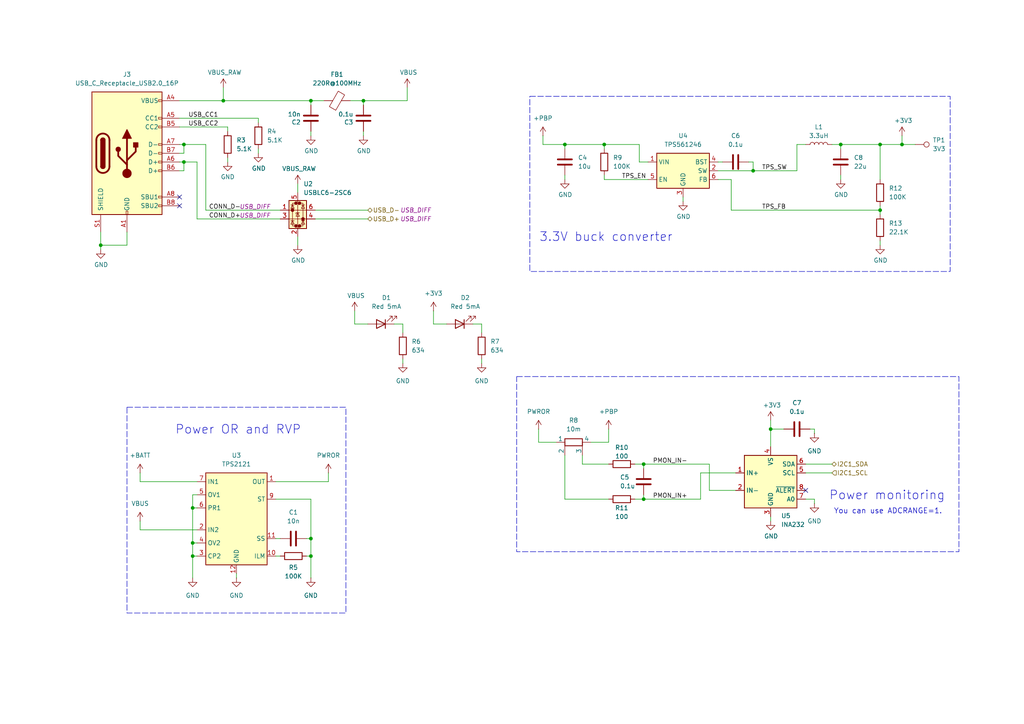
<source format=kicad_sch>
(kicad_sch (version 20250114) (generator "eeschema") (generator_version "9.0")
  (paper "A4")
  (lib_symbols
    (symbol "+3V3_1" (power) (pin_numbers (hide yes)) (pin_names (offset 0) (hide yes))
      (property "Value" "+3V3" (at 0 3.556 0))
      (symbol "+3V3_1_0_1"
        (polyline (pts (xy -0.762 1.27) (xy 0 2.54)))
        (polyline (pts (xy 0 2.54) (xy 0.762 1.27)))
        (polyline (pts (xy 0 0) (xy 0 2.54)))
      )
      (symbol "+3V3_1_1_1"
        (pin power_in line (at 0 0 90) (length 0) (name "~") (number "1"))
      )
    )
    (symbol "Connector:TestPoint" (pin_numbers (hide yes)) (pin_names (offset 0.762) (hide yes))
      (property "Reference" "TP" (at 0 6.858 0))
      (property "Value" "TestPoint" (at 0 5.08 0))
      (symbol "TestPoint_0_1"
        (circle (center 0 3.302) (radius 0.762))
      )
      (symbol "TestPoint_1_1"
        (pin passive line (at 0 0 90) (length 2.54) (name "1") (number "1"))
      )
    )
    (symbol "Connector:USB_C_Receptacle_USB2.0_16P" (pin_names (offset 1.016))
      (property "Reference" "J" (at 0 22.225 0))
      (property "Value" "USB_C_Receptacle_USB2.0_16P" (at 0 19.685 0))
      (symbol "USB_C_Receptacle_USB2.0_16P_0_0"
        (rectangle (start -0.254 -17.78) (end 0.254 -16.764))
        (rectangle (start 10.16 15.494) (end 9.144 14.986))
        (rectangle (start 10.16 10.414) (end 9.144 9.906))
        (rectangle (start 10.16 7.874) (end 9.144 7.366))
        (rectangle (start 10.16 2.794) (end 9.144 2.286))
        (rectangle (start 10.16 0.254) (end 9.144 -0.254))
        (rectangle (start 10.16 -2.286) (end 9.144 -2.794))
        (rectangle (start 10.16 -4.826) (end 9.144 -5.334))
        (rectangle (start 10.16 -12.446) (end 9.144 -12.954))
        (rectangle (start 10.16 -14.986) (end 9.144 -15.494))
      )
      (symbol "USB_C_Receptacle_USB2.0_16P_0_1"
        (rectangle (start -10.16 17.78) (end 10.16 -17.78) (stroke (width 0.254)) (fill (type background)))
        (polyline (pts (xy -8.89 -3.81) (xy -8.89 3.81)) (stroke (width 0.508)))
        (rectangle (start -7.62 -3.81) (end -6.35 3.81) (stroke (width 0.254)) (fill (type outline)))
        (arc (start -7.62 3.81) (mid -6.985 4.4423) (end -6.35 3.81) (stroke (width 0.254)))
        (arc (start -7.62 3.81) (mid -6.985 4.4423) (end -6.35 3.81) (stroke (width 0.254)) (fill (type outline)))
        (arc (start -8.89 3.81) (mid -6.985 5.7067) (end -5.08 3.81) (stroke (width 0.508)))
        (arc (start -5.08 -3.81) (mid -6.985 -5.7067) (end -8.89 -3.81) (stroke (width 0.508)))
        (arc (start -6.35 -3.81) (mid -6.985 -4.4423) (end -7.62 -3.81) (stroke (width 0.254)))
        (arc (start -6.35 -3.81) (mid -6.985 -4.4423) (end -7.62 -3.81) (stroke (width 0.254)) (fill (type outline)))
        (polyline (pts (xy -5.08 3.81) (xy -5.08 -3.81)) (stroke (width 0.508)))
        (circle (center -2.54 1.143) (radius 0.635) (stroke (width 0.254)) (fill (type outline)))
        (polyline (pts (xy -1.27 4.318) (xy 0 6.858) (xy 1.27 4.318) (xy -1.27 4.318)) (stroke (width 0.254)) (fill (type outline)))
        (polyline (pts (xy 0 -2.032) (xy 2.54 0.508) (xy 2.54 1.778)) (stroke (width 0.508)))
        (polyline (pts (xy 0 -3.302) (xy -2.54 -0.762) (xy -2.54 0.508)) (stroke (width 0.508)))
        (polyline (pts (xy 0 -5.842) (xy 0 4.318)) (stroke (width 0.508)))
        (circle (center 0 -5.842) (radius 1.27) (fill (type outline)))
        (rectangle (start 1.905 1.778) (end 3.175 3.048) (stroke (width 0.254)) (fill (type outline)))
      )
      (symbol "USB_C_Receptacle_USB2.0_16P_1_1"
        (pin passive line (at -7.62 -22.86 90) (length 5.08) (name "SHIELD") (number "S1"))
        (pin passive line (at 0 -22.86 90) (length 5.08) (name "GND") (number "A1"))
        (pin passive line (at 0 -22.86 90) (length 5.08) (hide yes) (name "GND") (number "A12"))
        (pin passive line (at 0 -22.86 90) (length 5.08) (hide yes) (name "GND") (number "B1"))
        (pin passive line (at 0 -22.86 90) (length 5.08) (hide yes) (name "GND") (number "B12"))
        (pin passive line (at 15.24 15.24 180) (length 5.08) (name "VBUS") (number "A4"))
        (pin passive line (at 15.24 15.24 180) (length 5.08) (hide yes) (name "VBUS") (number "A9"))
        (pin passive line (at 15.24 15.24 180) (length 5.08) (hide yes) (name "VBUS") (number "B4"))
        (pin passive line (at 15.24 15.24 180) (length 5.08) (hide yes) (name "VBUS") (number "B9"))
        (pin bidirectional line (at 15.24 10.16 180) (length 5.08) (name "CC1") (number "A5"))
        (pin bidirectional line (at 15.24 7.62 180) (length 5.08) (name "CC2") (number "B5"))
        (pin bidirectional line (at 15.24 2.54 180) (length 5.08) (name "D-") (number "A7"))
        (pin bidirectional line (at 15.24 0 180) (length 5.08) (name "D-") (number "B7"))
        (pin bidirectional line (at 15.24 -2.54 180) (length 5.08) (name "D+") (number "A6"))
        (pin bidirectional line (at 15.24 -5.08 180) (length 5.08) (name "D+") (number "B6"))
        (pin bidirectional line (at 15.24 -12.7 180) (length 5.08) (name "SBU1") (number "A8"))
        (pin bidirectional line (at 15.24 -15.24 180) (length 5.08) (name "SBU2") (number "B8"))
      )
    )
    (symbol "Device:C" (pin_numbers (hide yes)) (pin_names (offset 0.254))
      (property "Reference" "C" (at 0.635 2.54 0))
      (property "Value" "C" (at 0.635 -2.54 0))
      (symbol "C_0_1"
        (polyline (pts (xy -2.032 0.762) (xy 2.032 0.762)) (stroke (width 0.508)))
        (polyline (pts (xy -2.032 -0.762) (xy 2.032 -0.762)) (stroke (width 0.508)))
      )
      (symbol "C_1_1"
        (pin passive line (at 0 3.81 270) (length 2.794) (name "~") (number "1"))
        (pin passive line (at 0 -3.81 90) (length 2.794) (name "~") (number "2"))
      )
    )
    (symbol "Device:FerriteBead" (pin_numbers (hide yes)) (pin_names (offset 0))
      (property "Reference" "FB" (at -3.81 0.635 90))
      (property "Value" "FerriteBead" (at 3.81 0 90))
      (symbol "FerriteBead_0_1"
        (polyline (pts (xy -2.7686 0.4064) (xy -1.7018 2.2606) (xy 2.7686 -0.3048) (xy 1.6764 -2.159) (xy -2.7686 0.4064)))
        (polyline (pts (xy 0 1.27) (xy 0 1.2954)))
        (polyline (pts (xy 0 -1.27) (xy 0 -1.2192)))
      )
      (symbol "FerriteBead_1_1"
        (pin passive line (at 0 3.81 270) (length 2.54) (name "~") (number "1"))
        (pin passive line (at 0 -3.81 90) (length 2.54) (name "~") (number "2"))
      )
    )
    (symbol "Device:L" (pin_numbers (hide yes)) (pin_names (offset 1.016) (hide yes))
      (property "Reference" "L" (at -1.27 0 90))
      (property "Value" "L" (at 1.905 0 90))
      (symbol "L_0_1"
        (arc (start 0 2.54) (mid 0.6323 1.905) (end 0 1.27))
        (arc (start 0 1.27) (mid 0.6323 0.635) (end 0 0))
        (arc (start 0 0) (mid 0.6323 -0.635) (end 0 -1.27))
        (arc (start 0 -1.27) (mid 0.6323 -1.905) (end 0 -2.54))
      )
      (symbol "L_1_1"
        (pin passive line (at 0 3.81 270) (length 1.27) (name "1") (number "1"))
        (pin passive line (at 0 -3.81 90) (length 1.27) (name "2") (number "2"))
      )
    )
    (symbol "Device:LED" (pin_numbers (hide yes)) (pin_names (offset 1.016) (hide yes))
      (property "Reference" "D" (at 0 2.54 0))
      (property "Value" "LED" (at 0 -2.54 0))
      (symbol "LED_0_1"
        (polyline (pts (xy -3.048 -0.762) (xy -4.572 -2.286) (xy -3.81 -2.286) (xy -4.572 -2.286) (xy -4.572 -1.524)))
        (polyline (pts (xy -1.778 -0.762) (xy -3.302 -2.286) (xy -2.54 -2.286) (xy -3.302 -2.286) (xy -3.302 -1.524)))
        (polyline (pts (xy -1.27 0) (xy 1.27 0)))
        (polyline (pts (xy -1.27 -1.27) (xy -1.27 1.27)) (stroke (width 0.254)))
        (polyline (pts (xy 1.27 -1.27) (xy 1.27 1.27) (xy -1.27 0) (xy 1.27 -1.27)) (stroke (width 0.254)))
      )
      (symbol "LED_1_1"
        (pin passive line (at -3.81 0 0) (length 2.54) (name "K") (number "1"))
        (pin passive line (at 3.81 0 180) (length 2.54) (name "A") (number "2"))
      )
    )
    (symbol "Device:R" (pin_numbers (hide yes)) (pin_names (offset 0))
      (property "Reference" "R" (at 2.032 0 90))
      (property "Value" "R" (at 0 0 90))
      (symbol "R_0_1"
        (rectangle (start -1.016 -2.54) (end 1.016 2.54) (stroke (width 0.254)))
      )
      (symbol "R_1_1"
        (pin passive line (at 0 3.81 270) (length 1.27) (name "~") (number "1"))
        (pin passive line (at 0 -3.81 90) (length 1.27) (name "~") (number "2"))
      )
    )
    (symbol "Device:R_Shunt" (pin_numbers (hide yes)) (pin_names (offset 0))
      (property "Reference" "R" (at -4.445 0 90))
      (property "Value" "R_Shunt" (at -2.54 0 90))
      (symbol "R_Shunt_0_1"
        (rectangle (start -1.016 -2.54) (end 1.016 2.54) (stroke (width 0.254)))
        (polyline (pts (xy 0 -2.54) (xy 1.27 -2.54)))
        (polyline (pts (xy 1.27 2.54) (xy 0 2.54)))
      )
      (symbol "R_Shunt_1_1"
        (pin passive line (at 0 5.08 270) (length 2.54) (name "1") (number "1"))
        (pin passive line (at 0 -5.08 90) (length 2.54) (name "4") (number "4"))
        (pin passive line (at 3.81 2.54 180) (length 2.54) (name "2") (number "2"))
        (pin passive line (at 3.81 -2.54 180) (length 2.54) (name "3") (number "3"))
      )
    )
    (symbol "GND_1" (power) (pin_numbers (hide yes)) (pin_names (offset 0) (hide yes))
      (property "Value" "GND" (at 0 -3.81 0))
      (symbol "GND_1_0_1"
        (polyline (pts (xy 0 0) (xy 0 -1.27) (xy 1.27 -1.27) (xy 0 -2.54) (xy -1.27 -1.27) (xy 0 -1.27)))
      )
      (symbol "GND_1_1_1"
        (pin power_in line (at 0 0 270) (length 0) (name "~") (number "1"))
      )
    )
    (symbol "GND_2" (power) (pin_numbers (hide yes)) (pin_names (offset 0) (hide yes))
      (property "Value" "GND" (at 0 -3.81 0))
      (symbol "GND_2_0_1"
        (polyline (pts (xy 0 0) (xy 0 -1.27) (xy 1.27 -1.27) (xy 0 -2.54) (xy -1.27 -1.27) (xy 0 -1.27)))
      )
      (symbol "GND_2_1_1"
        (pin power_in line (at 0 0 270) (length 0) (name "~") (number "1"))
      )
    )
    (symbol "GND_3" (power) (pin_numbers (hide yes)) (pin_names (offset 0) (hide yes))
      (property "Value" "GND" (at 0 -3.81 0))
      (symbol "GND_3_0_1"
        (polyline (pts (xy 0 0) (xy 0 -1.27) (xy 1.27 -1.27) (xy 0 -2.54) (xy -1.27 -1.27) (xy 0 -1.27)))
      )
      (symbol "GND_3_1_1"
        (pin power_in line (at 0 0 270) (length 0) (name "~") (number "1"))
      )
    )
    (symbol "GND_4" (power) (pin_numbers (hide yes)) (pin_names (offset 0) (hide yes))
      (property "Value" "GND" (at 0 -3.81 0))
      (symbol "GND_4_0_1"
        (polyline (pts (xy 0 0) (xy 0 -1.27) (xy 1.27 -1.27) (xy 0 -2.54) (xy -1.27 -1.27) (xy 0 -1.27)))
      )
      (symbol "GND_4_1_1"
        (pin power_in line (at 0 0 270) (length 0) (name "~") (number "1"))
      )
    )
    (symbol "LRI_partlib:INA232"
      (property "Reference" "U" (at 4.572 -9.906 0))
      (property "Value" "INA232" (at 0 0 0))
      (symbol "INA232_0_1"
        (rectangle (start -7.62 7.62) (end 7.62 -7.62) (stroke (width 0.254)) (fill (type background)))
      )
      (symbol "INA232_1_1"
        (pin input line (at -10.16 2.54 0) (length 2.54) (name "IN+") (number "1"))
        (pin input line (at -10.16 -2.54 0) (length 2.54) (name "IN-") (number "2"))
        (pin power_in line (at 0 10.16 270) (length 2.54) (name "VS") (number "4"))
        (pin power_in line (at 0 -10.16 90) (length 2.54) (name "GND") (number "3"))
        (pin bidirectional line (at 10.16 5.08 180) (length 2.54) (name "SDA") (number "6"))
        (pin input line (at 10.16 2.54 180) (length 2.54) (name "SCL") (number "5"))
        (pin open_collector line (at 10.16 -2.54 180) (length 2.54) (name "~{ALERT}") (number "8"))
        (pin input line (at 10.16 -5.08 180) (length 2.54) (name "A0") (number "7"))
      )
    )
    (symbol "LRI_partlib:TPS2121"
      (property "Reference" "U18" (at 2.1433 12.7 0))
      (property "Value" "TPS2121" (at 2.1433 10.16 0))
      (symbol "TPS2121_0_1"
        (rectangle (start -8.89 11.43) (end 8.89 -15.24) (stroke (width 0.254)) (fill (type background)))
      )
      (symbol "TPS2121_1_1"
        (pin input line (at -11.43 8.89 0) (length 2.54) (name "IN1") (number "7"))
        (pin output line (at -11.43 5.08 0) (length 2.54) (name "OV1") (number "5"))
        (pin input line (at -11.43 1.27 0) (length 2.54) (name "PR1") (number "6"))
        (pin passive line (at -11.43 -5.08 0) (length 2.54) (name "IN2") (number "2"))
        (pin power_in line (at -11.43 -8.89 0) (length 2.54) (name "OV2") (number "4"))
        (pin passive line (at -11.43 -12.7 0) (length 2.54) (name "CP2") (number "3"))
        (pin power_in line (at 0 -17.78 90) (length 2.54) (name "GND") (number "12"))
        (pin power_out line (at 11.43 8.89 180) (length 2.54) (name "OUT") (number "1"))
        (pin power_out line (at 11.43 8.89 180) (length 2.54) (hide yes) (name "OUT") (number "8"))
        (pin output line (at 11.43 3.81 180) (length 2.54) (name "ST") (number "9"))
        (pin output line (at 11.43 -7.62 180) (length 2.54) (name "SS") (number "11"))
        (pin output line (at 11.43 -12.7 180) (length 2.54) (name "ILM") (number "10"))
      )
    )
    (symbol "LRI_partlib:TPS561246"
      (property "Reference" "U" (at 4.318 -7.366 0))
      (property "Value" "TPS561246" (at 0 0 0))
      (symbol "TPS561246_0_1"
        (rectangle (start -7.62 5.08) (end 7.62 -5.08) (stroke (width 0.254)) (fill (type background)))
      )
      (symbol "TPS561246_1_1"
        (pin power_in line (at -10.16 2.54 0) (length 2.54) (name "VIN") (number "1"))
        (pin input line (at -10.16 -2.54 0) (length 2.54) (name "EN") (number "5"))
        (pin power_in line (at 0 -7.62 90) (length 2.54) (name "GND") (number "3"))
        (pin passive line (at 10.16 2.54 180) (length 2.54) (name "BST") (number "4"))
        (pin power_out line (at 10.16 0 180) (length 2.54) (name "SW") (number "2"))
        (pin input line (at 10.16 -2.54 180) (length 2.54) (name "FB") (number "6"))
      )
    )
    (symbol "Power_Protection:USBLC6-2SC6" (pin_names (hide yes))
      (property "Reference" "U" (at 0.635 5.715 0))
      (property "Value" "USBLC6-2SC6" (at 0.635 3.81 0))
      (symbol "USBLC6-2SC6_0_0"
        (circle (center -1.524 0) (radius 0.0001) (stroke (width 0.508)))
        (circle (center -0.508 2.032) (radius 0.0001) (stroke (width 0.508)))
        (circle (center -0.508 -4.572) (radius 0.0001) (stroke (width 0.508)))
        (circle (center 0.508 2.032) (radius 0.0001) (stroke (width 0.508)))
        (circle (center 0.508 -4.572) (radius 0.0001) (stroke (width 0.508)))
        (circle (center 1.524 -2.54) (radius 0.0001) (stroke (width 0.508)))
      )
      (symbol "USBLC6-2SC6_0_1"
        (polyline (pts (xy -2.54 0) (xy 2.54 0)))
        (polyline (pts (xy -2.54 -2.54) (xy 2.54 -2.54)))
        (polyline (pts (xy -2.032 0.508) (xy -1.016 0.508) (xy -1.524 1.524) (xy -2.032 0.508)))
        (polyline (pts (xy -2.032 -3.048) (xy -1.016 -3.048)))
        (polyline (pts (xy -1.016 1.524) (xy -2.032 1.524)))
        (polyline (pts (xy -1.016 -4.064) (xy -2.032 -4.064) (xy -1.524 -3.048) (xy -1.016 -4.064)))
        (polyline (pts (xy -0.508 -1.143) (xy -0.508 -0.762) (xy 0.508 -0.762)))
        (polyline (pts (xy 0 2.54) (xy -0.508 2.032) (xy 0.508 2.032) (xy 0 1.524) (xy 0 -4.064) (xy -0.508 -4.572) (xy 0.508 -4.572) (xy 0 -5.08)))
        (polyline (pts (xy 0.508 -1.778) (xy -0.508 -1.778) (xy 0 -0.762) (xy 0.508 -1.778)))
        (polyline (pts (xy 1.016 1.524) (xy 2.032 1.524)))
        (polyline (pts (xy 1.016 -3.048) (xy 2.032 -3.048)))
        (polyline (pts (xy 2.032 0.508) (xy 1.016 0.508) (xy 1.524 1.524) (xy 2.032 0.508)))
        (polyline (pts (xy 2.032 -4.064) (xy 1.016 -4.064) (xy 1.524 -3.048) (xy 2.032 -4.064)))
      )
      (symbol "USBLC6-2SC6_1_1"
        (rectangle (start -2.54 2.794) (end 2.54 -5.334) (stroke (width 0.254)) (fill (type background)))
        (polyline (pts (xy -0.508 2.032) (xy -1.524 2.032) (xy -1.524 -4.572) (xy -0.508 -4.572)))
        (polyline (pts (xy 0.508 -4.572) (xy 1.524 -4.572) (xy 1.524 2.032) (xy 0.508 2.032)))
        (pin passive line (at -5.08 0 0) (length 2.54) (name "I/O1") (number "1"))
        (pin passive line (at -5.08 -2.54 0) (length 2.54) (name "I/O2") (number "3"))
        (pin passive line (at 0 5.08 270) (length 2.54) (name "VBUS") (number "5"))
        (pin passive line (at 0 -7.62 90) (length 2.54) (name "GND") (number "2"))
        (pin passive line (at 5.08 0 180) (length 2.54) (name "I/O1") (number "6"))
        (pin passive line (at 5.08 -2.54 180) (length 2.54) (name "I/O2") (number "4"))
      )
    )
    (symbol "VBUS_1" (power) (pin_numbers (hide yes)) (pin_names (offset 0) (hide yes))
      (property "Value" "VBUS" (at 0 3.556 0))
      (symbol "VBUS_1_0_1"
        (polyline (pts (xy -0.762 1.27) (xy 0 2.54)))
        (polyline (pts (xy 0 2.54) (xy 0.762 1.27)))
        (polyline (pts (xy 0 0) (xy 0 2.54)))
      )
      (symbol "VBUS_1_1_1"
        (pin power_in line (at 0 0 90) (length 0) (name "~") (number "1"))
      )
    )
    (symbol "power:+3V3" (power) (pin_names (offset 0))
      (property "Value" "+3V3" (at 0 3.556 0))
      (symbol "+3V3_0_1"
        (polyline (pts (xy -0.762 1.27) (xy 0 2.54)))
        (polyline (pts (xy 0 2.54) (xy 0.762 1.27)))
        (polyline (pts (xy 0 0) (xy 0 2.54)))
      )
      (symbol "+3V3_1_1"
        (pin power_in line (at 0 0 90) (length 0) (hide yes) (name "+3V3") (number "1"))
      )
    )
    (symbol "power:+BATT" (power) (pin_numbers (hide yes)) (pin_names (offset 0) (hide yes))
      (property "Value" "+BATT" (at 0 3.556 0))
      (symbol "+BATT_0_1"
        (polyline (pts (xy -0.762 1.27) (xy 0 2.54)))
        (polyline (pts (xy 0 2.54) (xy 0.762 1.27)))
        (polyline (pts (xy 0 0) (xy 0 2.54)))
      )
      (symbol "+BATT_1_1"
        (pin power_in line (at 0 0 90) (length 0) (name "~") (number "1"))
      )
    )
    (symbol "power:+VSW" (power) (pin_numbers (hide yes)) (pin_names (offset 0) (hide yes))
      (property "Value" "+VSW" (at 0 3.556 0))
      (symbol "+VSW_0_1"
        (polyline (pts (xy -0.762 1.27) (xy 0 2.54)))
        (polyline (pts (xy 0 2.54) (xy 0.762 1.27)))
        (polyline (pts (xy 0 0) (xy 0 2.54)))
      )
      (symbol "+VSW_1_1"
        (pin power_in line (at 0 0 90) (length 0) (name "~") (number "1"))
      )
    )
    (symbol "power:GND" (power) (pin_names (offset 0))
      (property "Value" "GND" (at 0 -3.81 0))
      (symbol "GND_0_1"
        (polyline (pts (xy 0 0) (xy 0 -1.27) (xy 1.27 -1.27) (xy 0 -2.54) (xy -1.27 -1.27) (xy 0 -1.27)))
      )
      (symbol "GND_1_1"
        (pin power_in line (at 0 0 270) (length 0) (hide yes) (name "GND") (number "1"))
      )
    )
    (symbol "power:VBUS" (power) (pin_names (offset 0))
      (property "Value" "VBUS" (at 0 3.81 0))
      (symbol "VBUS_0_1"
        (polyline (pts (xy -0.762 1.27) (xy 0 2.54)))
        (polyline (pts (xy 0 2.54) (xy 0.762 1.27)))
        (polyline (pts (xy 0 0) (xy 0 2.54)))
      )
      (symbol "VBUS_1_1"
        (pin power_in line (at 0 0 90) (length 0) (hide yes) (name "VBUS") (number "1"))
      )
    )
  )
  (rectangle (start 149.86 109.22) (end 278.13 160.02) (stroke (width 0) (type dash)))
  (rectangle (start 36.83 118.11) (end 100.33 177.8) (stroke (width 0) (type dash)))
  (rectangle (start 153.67 27.94) (end 275.59 78.74) (stroke (width 0) (type dash)))
  (text "3.3V buck converter" (at 175.768 68.834 0) (effects (font (size 2.54 2.54))))
  (text "Power OR and RVP" (at 69.088 124.714 0) (effects (font (size 2.54 2.54))))
  (text "You can use ADCRANGE=1." (at 257.556 148.336 0) (effects (font (size 1.524 1.524))))
  (text "Power monitoring" (at 257.302 143.764 0) (effects (font (size 2.54 2.54))))
  (junction (at 261.62 41.91))
  (junction (at 255.27 60.96))
  (junction (at 175.26 41.91))
  (junction (at 55.88 161.29))
  (junction (at 90.17 29.21))
  (junction (at 186.69 144.78))
  (junction (at 223.52 124.46))
  (junction (at 90.17 161.29))
  (junction (at 186.69 134.62))
  (junction (at 64.77 29.21))
  (junction (at 53.34 41.91))
  (junction (at 218.44 49.53))
  (junction (at 163.83 41.91))
  (junction (at 55.88 147.32))
  (junction (at 90.17 156.21))
  (junction (at 55.88 157.48))
  (junction (at 29.21 71.12))
  (junction (at 255.27 41.91))
  (junction (at 243.84 41.91))
  (junction (at 53.34 46.99))
  (junction (at 105.41 29.21))
  (no_connect (at 233.68 142.24))
  (no_connect (at 52.07 57.15))
  (no_connect (at 52.07 59.69))
  (wire (pts (xy 212.09 60.96) (xy 255.27 60.96)))
  (wire (pts (xy 223.52 149.86) (xy 223.52 151.13)))
  (wire (pts (xy 101.6 29.21) (xy 105.41 29.21)))
  (wire (pts (xy 255.27 41.91) (xy 255.27 52.07)))
  (wire (pts (xy 59.69 60.96) (xy 81.28 60.96)))
  (wire (pts (xy 88.9 156.21) (xy 90.17 156.21)))
  (wire (pts (xy 64.77 25.4) (xy 64.77 29.21)))
  (wire (pts (xy 217.17 46.99) (xy 218.44 46.99)))
  (wire (pts (xy 55.88 161.29) (xy 55.88 167.64)))
  (wire (pts (xy 203.2 137.16) (xy 203.2 144.78)))
  (wire (pts (xy 175.26 52.07) (xy 175.26 50.8)))
  (wire (pts (xy 90.17 156.21) (xy 90.17 161.29)))
  (wire (pts (xy 52.07 34.29) (xy 74.93 34.29)))
  (wire (pts (xy 234.95 124.46) (xy 236.22 124.46)))
  (wire (pts (xy 137.16 93.98) (xy 139.7 93.98)))
  (wire (pts (xy 139.7 93.98) (xy 139.7 96.52)))
  (wire (pts (xy 185.42 41.91) (xy 175.26 41.91)))
  (wire (pts (xy 80.01 156.21) (xy 81.28 156.21)))
  (wire (pts (xy 53.34 46.99) (xy 52.07 46.99)))
  (wire (pts (xy 156.21 128.27) (xy 161.29 128.27)))
  (wire (pts (xy 261.62 41.91) (xy 261.62 39.37)))
  (wire (pts (xy 95.25 137.16) (xy 95.25 139.7)))
  (wire (pts (xy 255.27 69.85) (xy 255.27 71.12)))
  (wire (pts (xy 90.17 161.29) (xy 90.17 167.64)))
  (wire (pts (xy 90.17 38.1) (xy 90.17 39.37)))
  (wire (pts (xy 86.36 53.34) (xy 86.36 55.88)))
  (wire (pts (xy 187.96 52.07) (xy 175.26 52.07)))
  (wire (pts (xy 57.15 63.5) (xy 57.15 46.99)))
  (wire (pts (xy 91.44 60.96) (xy 106.68 60.96)))
  (wire (pts (xy 233.68 134.62) (xy 241.3 134.62)))
  (wire (pts (xy 163.83 132.08) (xy 163.83 144.78)))
  (wire (pts (xy 52.07 49.53) (xy 53.34 49.53)))
  (wire (pts (xy 57.15 157.48) (xy 55.88 157.48)))
  (wire (pts (xy 198.12 57.15) (xy 198.12 58.42)))
  (wire (pts (xy 55.88 143.51) (xy 55.88 147.32)))
  (wire (pts (xy 55.88 147.32) (xy 57.15 147.32)))
  (wire (pts (xy 223.52 124.46) (xy 223.52 129.54)))
  (wire (pts (xy 156.21 124.46) (xy 156.21 128.27)))
  (wire (pts (xy 66.04 36.83) (xy 52.07 36.83)))
  (wire (pts (xy 157.48 41.91) (xy 163.83 41.91)))
  (wire (pts (xy 261.62 41.91) (xy 265.43 41.91)))
  (wire (pts (xy 241.3 41.91) (xy 243.84 41.91)))
  (wire (pts (xy 80.01 161.29) (xy 81.28 161.29)))
  (wire (pts (xy 184.15 144.78) (xy 186.69 144.78)))
  (wire (pts (xy 68.58 166.37) (xy 68.58 167.64)))
  (wire (pts (xy 186.69 144.78) (xy 186.69 143.51)))
  (wire (pts (xy 168.91 134.62) (xy 176.53 134.62)))
  (wire (pts (xy 125.73 93.98) (xy 129.54 93.98)))
  (wire (pts (xy 125.73 90.17) (xy 125.73 93.98)))
  (wire (pts (xy 116.84 104.14) (xy 116.84 105.41)))
  (wire (pts (xy 231.14 41.91) (xy 233.68 41.91)))
  (wire (pts (xy 116.84 93.98) (xy 116.84 96.52)))
  (wire (pts (xy 90.17 30.48) (xy 90.17 29.21)))
  (wire (pts (xy 176.53 124.46) (xy 176.53 128.27)))
  (wire (pts (xy 90.17 144.78) (xy 80.01 144.78)))
  (wire (pts (xy 163.83 50.8) (xy 163.83 52.07)))
  (wire (pts (xy 243.84 50.8) (xy 243.84 52.07)))
  (wire (pts (xy 74.93 44.45) (xy 74.93 43.18)))
  (wire (pts (xy 139.7 104.14) (xy 139.7 105.41)))
  (wire (pts (xy 57.15 143.51) (xy 55.88 143.51)))
  (wire (pts (xy 53.34 44.45) (xy 53.34 41.91)))
  (wire (pts (xy 255.27 60.96) (xy 255.27 59.69)))
  (wire (pts (xy 40.64 151.13) (xy 40.64 153.67)))
  (wire (pts (xy 102.87 93.98) (xy 102.87 90.17)))
  (wire (pts (xy 186.69 134.62) (xy 186.69 135.89)))
  (wire (pts (xy 57.15 63.5) (xy 81.28 63.5)))
  (wire (pts (xy 255.27 41.91) (xy 261.62 41.91)))
  (wire (pts (xy 157.48 41.91) (xy 157.48 39.37)))
  (wire (pts (xy 243.84 41.91) (xy 243.84 43.18)))
  (wire (pts (xy 74.93 34.29) (xy 74.93 35.56)))
  (wire (pts (xy 90.17 29.21) (xy 93.98 29.21)))
  (wire (pts (xy 59.69 41.91) (xy 53.34 41.91)))
  (wire (pts (xy 236.22 146.05) (xy 236.22 144.78)))
  (wire (pts (xy 52.07 29.21) (xy 64.77 29.21)))
  (wire (pts (xy 66.04 38.1) (xy 66.04 36.83)))
  (wire (pts (xy 163.83 41.91) (xy 163.83 43.18)))
  (wire (pts (xy 212.09 52.07) (xy 208.28 52.07)))
  (wire (pts (xy 59.69 60.96) (xy 59.69 41.91)))
  (wire (pts (xy 86.36 68.58) (xy 86.36 71.12)))
  (wire (pts (xy 57.15 161.29) (xy 55.88 161.29)))
  (wire (pts (xy 29.21 67.31) (xy 29.21 71.12)))
  (wire (pts (xy 57.15 46.99) (xy 53.34 46.99)))
  (wire (pts (xy 171.45 128.27) (xy 176.53 128.27)))
  (wire (pts (xy 53.34 41.91) (xy 52.07 41.91)))
  (wire (pts (xy 66.04 46.99) (xy 66.04 45.72)))
  (wire (pts (xy 187.96 46.99) (xy 185.42 46.99)))
  (wire (pts (xy 40.64 137.16) (xy 40.64 139.7)))
  (wire (pts (xy 223.52 124.46) (xy 227.33 124.46)))
  (wire (pts (xy 205.74 142.24) (xy 205.74 134.62)))
  (wire (pts (xy 52.07 44.45) (xy 53.34 44.45)))
  (wire (pts (xy 29.21 71.12) (xy 29.21 72.39)))
  (wire (pts (xy 218.44 46.99) (xy 218.44 49.53)))
  (wire (pts (xy 91.44 63.5) (xy 106.68 63.5)))
  (wire (pts (xy 236.22 144.78) (xy 233.68 144.78)))
  (wire (pts (xy 218.44 49.53) (xy 231.14 49.53)))
  (wire (pts (xy 236.22 124.46) (xy 236.22 125.73)))
  (wire (pts (xy 118.11 25.4) (xy 118.11 29.21)))
  (wire (pts (xy 208.28 46.99) (xy 209.55 46.99)))
  (wire (pts (xy 233.68 137.16) (xy 241.3 137.16)))
  (wire (pts (xy 243.84 41.91) (xy 255.27 41.91)))
  (wire (pts (xy 40.64 139.7) (xy 57.15 139.7)))
  (wire (pts (xy 90.17 29.21) (xy 64.77 29.21)))
  (wire (pts (xy 205.74 142.24) (xy 213.36 142.24)))
  (wire (pts (xy 55.88 157.48) (xy 55.88 161.29)))
  (wire (pts (xy 163.83 41.91) (xy 175.26 41.91)))
  (wire (pts (xy 184.15 134.62) (xy 186.69 134.62)))
  (wire (pts (xy 208.28 49.53) (xy 218.44 49.53)))
  (wire (pts (xy 203.2 137.16) (xy 213.36 137.16)))
  (wire (pts (xy 163.83 144.78) (xy 176.53 144.78)))
  (wire (pts (xy 55.88 147.32) (xy 55.88 157.48)))
  (wire (pts (xy 255.27 60.96) (xy 255.27 62.23)))
  (wire (pts (xy 105.41 38.1) (xy 105.41 39.37)))
  (wire (pts (xy 80.01 139.7) (xy 95.25 139.7)))
  (wire (pts (xy 175.26 41.91) (xy 175.26 43.18)))
  (wire (pts (xy 223.52 121.92) (xy 223.52 124.46)))
  (wire (pts (xy 53.34 49.53) (xy 53.34 46.99)))
  (wire (pts (xy 185.42 46.99) (xy 185.42 41.91)))
  (wire (pts (xy 40.64 153.67) (xy 57.15 153.67)))
  (wire (pts (xy 114.3 93.98) (xy 116.84 93.98)))
  (wire (pts (xy 105.41 29.21) (xy 105.41 30.48)))
  (wire (pts (xy 36.83 71.12) (xy 36.83 67.31)))
  (wire (pts (xy 29.21 71.12) (xy 36.83 71.12)))
  (wire (pts (xy 168.91 132.08) (xy 168.91 134.62)))
  (wire (pts (xy 118.11 29.21) (xy 105.41 29.21)))
  (wire (pts (xy 212.09 60.96) (xy 212.09 52.07)))
  (wire (pts (xy 90.17 144.78) (xy 90.17 156.21)))
  (wire (pts (xy 186.69 144.78) (xy 203.2 144.78)))
  (wire (pts (xy 186.69 134.62) (xy 205.74 134.62)))
  (wire (pts (xy 88.9 161.29) (xy 90.17 161.29)))
  (wire (pts (xy 231.14 49.53) (xy 231.14 41.91)))
  (wire (pts (xy 106.68 93.98) (xy 102.87 93.98)))
  (label "TPS_SW" (at 220.98 49.53 0))
  (label "PMON_IN+" (at 199.39 144.78 180))
  (label "CONN_D-" (at 69.85 60.96 180) (property "Netclass" "USB_DIFF" (at 78.486 59.944 0) (effects (font (italic yes)) (justify right))))
  (label "TPS_EN" (at 180.34 52.07 0))
  (label "USB_CC1" (at 54.61 34.29 0))
  (label "CONN_D+" (at 69.85 63.5 180) (property "Netclass" "USB_DIFF" (at 78.486 62.484 0) (effects (font (italic yes)) (justify right))))
  (label "PMON_IN-" (at 199.39 134.62 180))
  (label "USB_CC2" (at 54.61 36.83 0))
  (label "TPS_FB" (at 220.98 60.96 0))
  (hierarchical_label "I2C1_SCL" (shape input) (at 241.3 137.16 0))
  (hierarchical_label "I2C1_SDA" (shape bidirectional) (at 241.3 134.62 0))
  (hierarchical_label "USB_D-" (shape bidirectional) (at 106.68 60.96 0) (property "Netclass" "USB_DIFF" (at 116.078 60.96 0) (effects (font (italic yes)) (justify left))))
  (hierarchical_label "USB_D+" (shape bidirectional) (at 106.68 63.5 0) (property "Netclass" "USB_DIFF" (at 116.078 63.5 0) (effects (font (italic yes)) (justify left))))
  (symbol (lib_id "power:VBUS") (at 64.77 25.4 0) (unit 1)
    (property "Reference" "#PWR011" (effects (hide yes)))
    (property "Value" "VBUS_RAW" (at 65.151 21.0058 0))
  )
  (symbol (lib_id "Device:C") (at 90.17 34.29 180) (unit 1)
    (property "Reference" "C2" (at 87.249 35.4584 0) (effects (justify left)))
    (property "Value" "10n" (at 87.249 33.147 0) (effects (justify left)))
    (property "Footprint" "Capacitor_SMD:C_0603_1608Metric" (effects (hide yes)))
  )
  (symbol (lib_id "Device:FerriteBead") (at 97.79 29.21 90) (unit 1)
    (property "Reference" "FB1" (at 97.7392 21.59 90))
    (property "Value" "220R@100MHz" (at 97.7392 24.13 90))
    (property "Footprint" "Inductor_SMD:L_0603_1608Metric" (effects (hide yes)))
    (property "Description" "Ferrite bead" (effects (hide yes)))
  )
  (symbol (lib_id "LRI_partlib:TPS561246") (at 198.12 49.53 0) (unit 1)
    (property "Reference" "U4" (at 198.12 39.37 0))
    (property "Value" "TPS561246" (at 198.12 41.91 0))
    (property "Footprint" "Package_TO_SOT_SMD:SOT-563" (effects (hide yes)))
    (property "Description" "4.2V to 17V input voltage, 1A, 1.2MHz synchronous buck converter in SOT563 with FCCM mode" (effects (hide yes)))
  )
  (symbol (lib_id "power:VBUS") (at 86.36 53.34 0) (unit 1)
    (property "Reference" "#PWR015" (effects (hide yes)))
    (property "Value" "VBUS_RAW" (at 86.741 48.9458 0))
  )
  (symbol (lib_id "Device:C") (at 231.14 124.46 90) (unit 1)
    (property "Reference" "C7" (at 231.14 116.84 90))
    (property "Value" "0.1u" (at 231.14 119.38 90))
    (property "Footprint" "Capacitor_SMD:C_0603_1608Metric" (effects (hide yes)))
    (property "Description" "Unpolarized capacitor" (effects (hide yes)))
  )
  (symbol (lib_id "power:GND") (at 74.93 44.45 0) (unit 1)
    (property "Reference" "#PWR014" (effects (hide yes)))
    (property "Value" "GND" (at 75.057 48.8442 0))
  )
  (symbol (lib_id "power:VBUS") (at 118.11 25.4 0) (unit 1)
    (property "Reference" "#PWR023" (effects (hide yes)))
    (property "Value" "VBUS" (at 118.491 21.0058 0))
  )
  (symbol (lib_id "power:+VSW") (at 95.25 137.16 0) (unit 1)
    (property "Reference" "#PWR019" (effects (hide yes)))
    (property "Value" "PWROR" (at 95.25 132.08 0))
    (property "Description" "Power symbol creates a global label with name \"+VSW\"" (effects (hide yes)))
  )
  (symbol (lib_id "power:GND") (at 90.17 39.37 0) (unit 1)
    (property "Reference" "#PWR017" (effects (hide yes)))
    (property "Value" "GND" (at 90.297 43.7642 0))
  )
  (symbol (lib_name "GND_3") (lib_id "power:GND") (at 139.7 105.41 0) (unit 1)
    (property "Reference" "#PWR025" (effects (hide yes)))
    (property "Value" "GND" (at 139.7 110.49 0))
    (property "Description" "Power symbol creates a global label with name \"GND\" , ground" (effects (hide yes)))
  )
  (symbol (lib_id "power:+3V3") (at 223.52 121.92 0) (unit 1)
    (property "Reference" "#PWR031" (effects (hide yes)))
    (property "Value" "+3V3" (at 223.901 117.5258 0))
  )
  (symbol (lib_id "Device:R") (at 66.04 41.91 0) (unit 1)
    (property "Reference" "R3" (at 68.58 40.6399 0) (effects (justify left)))
    (property "Value" "5.1K" (at 68.58 43.1799 0) (effects (justify left)))
    (property "Footprint" "Resistor_SMD:R_0603_1608Metric" (effects (hide yes)))
    (property "Description" "Resistor" (effects (hide yes)))
  )
  (symbol (lib_id "Connector:USB_C_Receptacle_USB2.0_16P") (at 36.83 44.45 0) (unit 1)
    (property "Reference" "J3" (at 36.83 21.59 0))
    (property "Value" "USB_C_Receptacle_USB2.0_16P" (at 36.83 24.13 0))
    (property "Footprint" "Connector_USB:USB_C_Receptacle_GCT_USB4110" (effects (hide yes)))
    (property "Datasheet" "https://www.usb.org/sites/default/files/documents/usb_type-c.zip" (effects (hide yes)))
    (property "Description" "USB 2.0-only 16P Type-C Receptacle connector" (effects (hide yes)))
  )
  (symbol (lib_id "Device:R") (at 255.27 66.04 0) (unit 1)
    (property "Reference" "R13" (at 257.81 64.7699 0) (effects (justify left)))
    (property "Value" "22.1K" (at 257.81 67.3099 0) (effects (justify left)))
    (property "Footprint" "Resistor_SMD:R_0603_1608Metric" (effects (hide yes)))
    (property "Description" "Resistor" (effects (hide yes)))
  )
  (symbol (lib_name "GND_2") (lib_id "power:GND") (at 55.88 167.64 0) (unit 1)
    (property "Reference" "#PWR010" (effects (hide yes)))
    (property "Value" "GND" (at 55.88 172.72 0))
    (property "Description" "Power symbol creates a global label with name \"GND\" , ground" (effects (hide yes)))
  )
  (symbol (lib_id "Device:R") (at 85.09 161.29 90) (unit 1)
    (property "Reference" "R5" (at 85.09 164.592 90))
    (property "Value" "100K" (at 85.09 167.132 90))
    (property "Footprint" "Capacitor_SMD:C_0603_1608Metric" (effects (hide yes)))
    (property "Description" "Resistor" (effects (hide yes)))
  )
  (symbol (lib_id "power:GND") (at 223.52 151.13 0) (unit 1)
    (property "Reference" "#PWR032" (effects (hide yes)))
    (property "Value" "GND" (at 223.647 155.5242 0))
  )
  (symbol (lib_id "Power_Protection:USBLC6-2SC6") (at 86.36 60.96 0) (unit 1)
    (property "Reference" "U2" (at 88.0111 53.34 0) (effects (justify left)))
    (property "Value" "USBLC6-2SC6" (at 88.0111 55.88 0) (effects (justify left)))
    (property "Footprint" "Package_TO_SOT_SMD:SOT-23-6" (effects (hide yes)))
    (property "Datasheet" "https://www.st.com/resource/en/datasheet/usblc6-2.pdf" (effects (hide yes)))
    (property "Description" "Very low capacitance ESD protection diode, 2 data-line, SOT-23-6" (effects (hide yes)))
  )
  (symbol (lib_id "power:GND") (at 86.36 71.12 0) (unit 1)
    (property "Reference" "#PWR016" (effects (hide yes)))
    (property "Value" "GND" (at 86.487 75.5142 0))
  )
  (symbol (lib_id "Device:LED") (at 110.49 93.98 180) (unit 1)
    (property "Reference" "D1" (at 112.0775 86.36 0))
    (property "Value" "Red 5mA" (at 112.0775 88.9 0))
    (property "Footprint" "LED_SMD:LED_0603_1608Metric" (effects (hide yes)))
    (property "Description" "Light emitting diode" (effects (hide yes)))
    (property "Sim.Pins" "1=K 2=A" (effects (hide yes)))
  )
  (symbol (lib_id "Connector:TestPoint") (at 265.43 41.91 270) (unit 1)
    (property "Reference" "TP1" (at 270.51 40.6399 90) (effects (justify left)))
    (property "Value" "3V3" (at 270.51 43.1799 90) (effects (justify left)))
    (property "Footprint" "TestPoint:TestPoint_Pad_D1.0mm" (effects (hide yes)))
    (property "Description" "test point" (effects (hide yes)))
  )
  (symbol (lib_id "LRI_partlib:TPS2121") (at 68.58 148.59 0) (unit 1)
    (property "Reference" "U3" (at 68.58 132.08 0))
    (property "Value" "TPS2121" (at 68.58 134.62 0))
    (property "Footprint" "Package_DFN_QFN:Texas_VQFN-HR-12_2x2.5mm_P0.5mm_ThermalVias" (effects (hide yes)))
    (property "Datasheet" "http://www.ti.com/lit/ds/symlink/tps2120.pdf" (effects (hide yes)))
    (property "Description" "Priority Power MUX with Seamless Switchover, 12-VQFN-HR" (effects (hide yes)))
  )
  (symbol (lib_id "Device:LED") (at 133.35 93.98 180) (unit 1)
    (property "Reference" "D2" (at 134.9375 86.36 0))
    (property "Value" "Red 5mA" (at 134.9375 88.9 0))
    (property "Footprint" "LED_SMD:LED_0603_1608Metric" (effects (hide yes)))
    (property "Description" "Light emitting diode" (effects (hide yes)))
    (property "Sim.Pins" "1=K 2=A" (effects (hide yes)))
  )
  (symbol (lib_id "Device:R") (at 180.34 134.62 90) (unit 1)
    (property "Reference" "R10" (at 180.34 129.794 90))
    (property "Value" "100" (at 180.34 132.334 90))
    (property "Footprint" "Resistor_SMD:R_0603_1608Metric" (effects (hide yes)))
    (property "Description" "Resistor" (effects (hide yes)))
  )
  (symbol (lib_id "LRI_partlib:INA232") (at 223.52 139.7 0) (unit 1)
    (property "Reference" "U5" (at 226.568 149.606 0) (effects (justify left)))
    (property "Value" "INA232" (at 226.568 152.146 0) (effects (justify left)))
    (property "Footprint" "LRI_partlib:TSOT-23-8" (effects (hide yes)))
    (property "Description" "48-V, 16-Bit, Current, Voltage, and Power Monitor With an I2C Interface" (effects (hide yes)))
  )
  (symbol (lib_name "GND_2") (lib_id "power:GND") (at 68.58 167.64 0) (unit 1)
    (property "Reference" "#PWR013" (effects (hide yes)))
    (property "Value" "GND" (at 68.58 172.72 0))
    (property "Description" "Power symbol creates a global label with name \"GND\" , ground" (effects (hide yes)))
  )
  (symbol (lib_id "Device:R") (at 175.26 46.99 0) (unit 1)
    (property "Reference" "R9" (at 177.8 45.7199 0) (effects (justify left)))
    (property "Value" "100K" (at 177.8 48.2599 0) (effects (justify left)))
    (property "Footprint" "Resistor_SMD:R_0603_1608Metric" (effects (hide yes)))
    (property "Description" "Resistor" (effects (hide yes)))
  )
  (symbol (lib_id "power:+VSW") (at 176.53 124.46 0) (unit 1)
    (property "Reference" "#PWR029" (effects (hide yes)))
    (property "Value" "+PBP" (at 176.53 119.38 0))
    (property "Description" "Power symbol creates a global label with name \"+VSW\"" (effects (hide yes)))
  )
  (symbol (lib_id "Device:R_Shunt") (at 166.37 128.27 90) (mirror x) (unit 1)
    (property "Reference" "R8" (at 166.37 121.92 90))
    (property "Value" "10m" (at 166.37 124.46 90))
    (property "Footprint" "Resistor_SMD:R_Shunt_Vishay_WSKW0612" (effects (hide yes)))
    (property "Description" "Shunt resistor" (effects (hide yes)))
    (property "DK Part" "https://www.digikey.com/en/products/detail/littelfuse-inc/L4CA0612LR010FNR/18795242" (effects (hide yes)))
  )
  (symbol (lib_id "power:GND") (at 105.41 39.37 0) (unit 1)
    (property "Reference" "#PWR021" (effects (hide yes)))
    (property "Value" "GND" (at 105.537 43.7642 0))
  )
  (symbol (lib_id "Device:L") (at 237.49 41.91 90) (unit 1)
    (property "Reference" "L1" (at 237.49 36.83 90))
    (property "Value" "3.3uH" (at 237.49 39.37 90))
    (property "Footprint" "Inductor_SMD:L_Murata_DFE201610P" (effects (hide yes)))
  )
  (symbol (lib_id "power:GND") (at 255.27 71.12 0) (unit 1)
    (property "Reference" "#PWR035" (effects (hide yes)))
    (property "Value" "GND" (at 255.397 75.5142 0))
  )
  (symbol (lib_id "power:+VSW") (at 157.48 39.37 0) (unit 1)
    (property "Reference" "#PWR027" (effects (hide yes)))
    (property "Value" "+PBP" (at 157.48 34.29 0))
    (property "Description" "Power symbol creates a global label with name \"+VSW\"" (effects (hide yes)))
  )
  (symbol (lib_id "power:GND") (at 198.12 58.42 0) (unit 1)
    (property "Reference" "#PWR030" (effects (hide yes)))
    (property "Value" "GND" (at 198.247 62.8142 0))
  )
  (symbol (lib_id "Device:R") (at 139.7 100.33 0) (unit 1)
    (property "Reference" "R7" (at 142.24 99.0599 0) (effects (justify left)))
    (property "Value" "634" (at 142.24 101.5999 0) (effects (justify left)))
    (property "Footprint" "Resistor_SMD:R_0603_1608Metric" (effects (hide yes)))
    (property "Description" "Resistor" (effects (hide yes)))
  )
  (symbol (lib_id "Device:C") (at 243.84 46.99 0) (unit 1)
    (property "Reference" "C8" (at 247.65 45.7199 0) (effects (justify left)))
    (property "Value" "22u" (at 247.65 48.2599 0) (effects (justify left)))
    (property "Footprint" "Capacitor_SMD:C_0805_2012Metric" (effects (hide yes)))
    (property "Description" "Unpolarized capacitor" (effects (hide yes)))
  )
  (symbol (lib_id "Device:C") (at 186.69 139.7 0) (unit 1)
    (property "Reference" "C5" (at 179.832 138.43 0) (effects (justify left)))
    (property "Value" "0.1u" (at 179.832 140.97 0) (effects (justify left)))
    (property "Footprint" "Capacitor_SMD:C_0603_1608Metric" (effects (hide yes)))
    (property "Description" "Unpolarized capacitor" (effects (hide yes)))
  )
  (symbol (lib_id "power:GND") (at 66.04 46.99 0) (unit 1)
    (property "Reference" "#PWR012" (effects (hide yes)))
    (property "Value" "GND" (at 66.04 51.308 0))
  )
  (symbol (lib_id "Device:R") (at 180.34 144.78 90) (unit 1)
    (property "Reference" "R11" (at 180.34 147.32 90))
    (property "Value" "100" (at 180.34 149.86 90))
    (property "Footprint" "Resistor_SMD:R_0603_1608Metric" (effects (hide yes)))
    (property "Description" "Resistor" (effects (hide yes)))
  )
  (symbol (lib_id "power:+VSW") (at 156.21 124.46 0) (unit 1)
    (property "Reference" "#PWR026" (effects (hide yes)))
    (property "Value" "PWROR" (at 156.21 119.38 0))
    (property "Description" "Power symbol creates a global label with name \"+VSW\"" (effects (hide yes)))
  )
  (symbol (lib_id "power:GND") (at 243.84 52.07 0) (unit 1)
    (property "Reference" "#PWR034" (effects (hide yes)))
    (property "Value" "GND" (at 243.967 56.4642 0))
  )
  (symbol (lib_id "power:+3V3") (at 261.62 39.37 0) (unit 1)
    (property "Reference" "#PWR036" (effects (hide yes)))
    (property "Value" "+3V3" (at 262.001 34.9758 0))
  )
  (symbol (lib_id "Device:R") (at 116.84 100.33 0) (unit 1)
    (property "Reference" "R6" (at 119.38 99.0599 0) (effects (justify left)))
    (property "Value" "634" (at 119.38 101.5999 0) (effects (justify left)))
    (property "Footprint" "Resistor_SMD:R_0603_1608Metric" (effects (hide yes)))
    (property "Description" "Resistor" (effects (hide yes)))
  )
  (symbol (lib_name "GND_3") (lib_id "power:GND") (at 116.84 105.41 0) (unit 1)
    (property "Reference" "#PWR022" (effects (hide yes)))
    (property "Value" "GND" (at 116.84 110.49 0))
    (property "Description" "Power symbol creates a global label with name \"GND\" , ground" (effects (hide yes)))
  )
  (symbol (lib_id "power:VBUS") (at 102.87 90.17 0) (unit 1)
    (property "Reference" "#PWR020" (effects (hide yes)))
    (property "Value" "VBUS" (at 103.251 85.7758 0))
  )
  (symbol (lib_id "Device:C") (at 163.83 46.99 0) (unit 1)
    (property "Reference" "C4" (at 167.64 45.7199 0) (effects (justify left)))
    (property "Value" "10u" (at 167.64 48.2599 0) (effects (justify left)))
    (property "Footprint" "Capacitor_SMD:C_0805_2012Metric" (effects (hide yes)))
    (property "Description" "Unpolarized capacitor" (effects (hide yes)))
  )
  (symbol (lib_name "VBUS_1") (lib_id "power:VBUS") (at 40.64 151.13 0) (unit 1)
    (property "Reference" "#PWR09" (effects (hide yes)))
    (property "Value" "VBUS" (at 40.64 146.05 0))
    (property "Description" "Power symbol creates a global label with name \"VBUS\"" (effects (hide yes)))
  )
  (symbol (lib_id "Device:C") (at 105.41 34.29 180) (unit 1)
    (property "Reference" "C3" (at 102.489 35.4584 0) (effects (justify left)))
    (property "Value" "0.1u" (at 102.489 33.147 0) (effects (justify left)))
    (property "Footprint" "Capacitor_SMD:C_0603_1608Metric" (effects (hide yes)))
  )
  (symbol (lib_name "GND_4") (lib_id "power:GND") (at 236.22 146.05 0) (unit 1)
    (property "Reference" "#PWR041" (effects (hide yes)))
    (property "Value" "GND" (at 236.22 151.13 0))
    (property "Description" "Power symbol creates a global label with name \"GND\" , ground" (effects (hide yes)))
  )
  (symbol (lib_id "Device:C") (at 85.09 156.21 90) (unit 1)
    (property "Reference" "C1" (at 85.09 148.59 90))
    (property "Value" "10n" (at 85.09 151.13 90))
    (property "Footprint" "Capacitor_SMD:C_0603_1608Metric" (effects (hide yes)))
    (property "Description" "Unpolarized capacitor" (effects (hide yes)))
  )
  (symbol (lib_id "power:GND") (at 163.83 52.07 0) (unit 1)
    (property "Reference" "#PWR028" (effects (hide yes)))
    (property "Value" "GND" (at 163.957 56.4642 0))
  )
  (symbol (lib_name "GND_2") (lib_id "power:GND") (at 90.17 167.64 0) (unit 1)
    (property "Reference" "#PWR018" (effects (hide yes)))
    (property "Value" "GND" (at 90.17 172.72 0))
    (property "Description" "Power symbol creates a global label with name \"GND\" , ground" (effects (hide yes)))
  )
  (symbol (lib_id "Device:R") (at 74.93 39.37 0) (unit 1)
    (property "Reference" "R4" (at 77.47 38.0999 0) (effects (justify left)))
    (property "Value" "5.1K" (at 77.47 40.6399 0) (effects (justify left)))
    (property "Footprint" "Resistor_SMD:R_0603_1608Metric" (effects (hide yes)))
    (property "Description" "Resistor" (effects (hide yes)))
  )
  (symbol (lib_id "Device:R") (at 255.27 55.88 180) (unit 1)
    (property "Reference" "R12" (at 257.81 54.6099 0) (effects (justify right)))
    (property "Value" "100K" (at 257.81 57.1499 0) (effects (justify right)))
    (property "Footprint" "Resistor_SMD:R_0603_1608Metric" (effects (hide yes)))
    (property "Description" "Resistor" (effects (hide yes)))
  )
  (symbol (lib_id "power:+BATT") (at 40.64 137.16 0) (unit 1)
    (property "Reference" "#PWR08" (effects (hide yes)))
    (property "Value" "+BATT" (at 40.64 132.08 0))
    (property "Description" "Power symbol creates a global label with name \"+BATT\"" (effects (hide yes)))
  )
  (symbol (lib_id "power:GND") (at 29.21 72.39 0) (unit 1)
    (property "Reference" "#PWR07" (effects (hide yes)))
    (property "Value" "GND" (at 29.337 76.7842 0))
  )
  (symbol (lib_name "GND_1") (lib_id "power:GND") (at 236.22 125.73 0) (unit 1)
    (property "Reference" "#PWR033" (effects (hide yes)))
    (property "Value" "GND" (at 236.22 130.81 0))
    (property "Description" "Power symbol creates a global label with name \"GND\" , ground" (effects (hide yes)))
  )
  (symbol (lib_id "Device:C") (at 213.36 46.99 90) (unit 1)
    (property "Reference" "C6" (at 213.36 39.37 90))
    (property "Value" "0.1u" (at 213.36 41.91 90))
    (property "Footprint" "Capacitor_SMD:C_0603_1608Metric" (effects (hide yes)))
    (property "Description" "Unpolarized capacitor" (effects (hide yes)))
  )
  (symbol (lib_name "+3V3_1") (lib_id "power:+3V3") (at 125.73 90.17 0) (unit 1)
    (property "Reference" "#PWR024" (effects (hide yes)))
    (property "Value" "+3V3" (at 125.73 85.09 0))
    (property "Description" "Power symbol creates a global label with name \"+3V3\"" (effects (hide yes)))
  )
)
</source>
